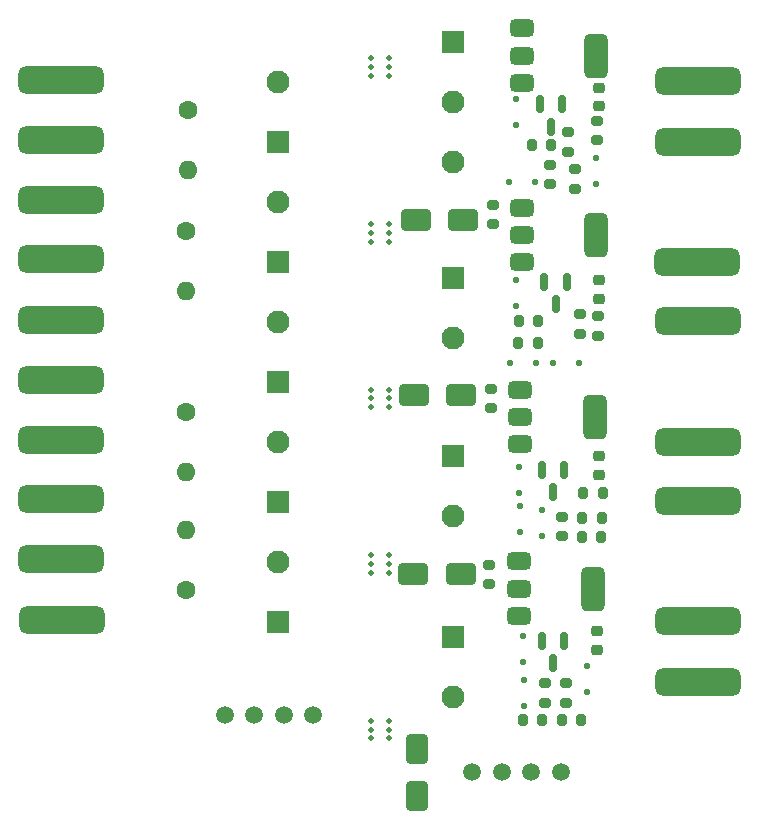
<source format=gbr>
%TF.GenerationSoftware,KiCad,Pcbnew,7.0.11*%
%TF.CreationDate,2024-11-29T15:02:49-05:00*%
%TF.ProjectId,14.1.5 - PMOS - PLC Connector Combined,31342e31-2e35-4202-9d20-504d4f53202d,rev?*%
%TF.SameCoordinates,Original*%
%TF.FileFunction,Soldermask,Top*%
%TF.FilePolarity,Negative*%
%FSLAX46Y46*%
G04 Gerber Fmt 4.6, Leading zero omitted, Abs format (unit mm)*
G04 Created by KiCad (PCBNEW 7.0.11) date 2024-11-29 15:02:49*
%MOMM*%
%LPD*%
G01*
G04 APERTURE LIST*
G04 Aperture macros list*
%AMRoundRect*
0 Rectangle with rounded corners*
0 $1 Rounding radius*
0 $2 $3 $4 $5 $6 $7 $8 $9 X,Y pos of 4 corners*
0 Add a 4 corners polygon primitive as box body*
4,1,4,$2,$3,$4,$5,$6,$7,$8,$9,$2,$3,0*
0 Add four circle primitives for the rounded corners*
1,1,$1+$1,$2,$3*
1,1,$1+$1,$4,$5*
1,1,$1+$1,$6,$7*
1,1,$1+$1,$8,$9*
0 Add four rect primitives between the rounded corners*
20,1,$1+$1,$2,$3,$4,$5,0*
20,1,$1+$1,$4,$5,$6,$7,0*
20,1,$1+$1,$6,$7,$8,$9,0*
20,1,$1+$1,$8,$9,$2,$3,0*%
G04 Aperture macros list end*
%ADD10RoundRect,0.375000X-0.625000X-0.375000X0.625000X-0.375000X0.625000X0.375000X-0.625000X0.375000X0*%
%ADD11RoundRect,0.500000X-0.500000X-1.400000X0.500000X-1.400000X0.500000X1.400000X-0.500000X1.400000X0*%
%ADD12RoundRect,0.200000X-0.275000X0.200000X-0.275000X-0.200000X0.275000X-0.200000X0.275000X0.200000X0*%
%ADD13RoundRect,0.125000X0.125000X-0.125000X0.125000X0.125000X-0.125000X0.125000X-0.125000X-0.125000X0*%
%ADD14R,1.950000X1.950000*%
%ADD15C,1.950000*%
%ADD16RoundRect,0.572500X-3.045750X-0.572500X3.045750X-0.572500X3.045750X0.572500X-3.045750X0.572500X0*%
%ADD17C,0.500000*%
%ADD18RoundRect,0.200000X0.275000X-0.200000X0.275000X0.200000X-0.275000X0.200000X-0.275000X-0.200000X0*%
%ADD19RoundRect,0.218750X0.256250X-0.218750X0.256250X0.218750X-0.256250X0.218750X-0.256250X-0.218750X0*%
%ADD20RoundRect,0.125000X-0.125000X0.125000X-0.125000X-0.125000X0.125000X-0.125000X0.125000X0.125000X0*%
%ADD21RoundRect,0.200000X0.200000X0.275000X-0.200000X0.275000X-0.200000X-0.275000X0.200000X-0.275000X0*%
%ADD22RoundRect,0.250000X-0.650000X1.000000X-0.650000X-1.000000X0.650000X-1.000000X0.650000X1.000000X0*%
%ADD23RoundRect,0.150000X-0.150000X0.587500X-0.150000X-0.587500X0.150000X-0.587500X0.150000X0.587500X0*%
%ADD24RoundRect,0.200000X-0.200000X-0.275000X0.200000X-0.275000X0.200000X0.275000X-0.200000X0.275000X0*%
%ADD25RoundRect,0.250000X-1.000000X-0.650000X1.000000X-0.650000X1.000000X0.650000X-1.000000X0.650000X0*%
%ADD26RoundRect,0.125000X-0.125000X-0.125000X0.125000X-0.125000X0.125000X0.125000X-0.125000X0.125000X0*%
%ADD27C,1.600000*%
%ADD28O,1.600000X1.600000*%
%ADD29C,1.498600*%
%ADD30RoundRect,0.125000X0.125000X0.125000X-0.125000X0.125000X-0.125000X-0.125000X0.125000X-0.125000X0*%
G04 APERTURE END LIST*
D10*
%TO.C,Q10*%
X113040000Y-112960000D03*
X113040000Y-115260000D03*
X113040000Y-117560000D03*
D11*
X119340000Y-115260000D03*
%TD*%
D10*
%TO.C,Q8*%
X113170000Y-98420000D03*
X113170000Y-100720000D03*
X113170000Y-103020000D03*
D11*
X119470000Y-100720000D03*
%TD*%
D10*
%TO.C,Q6*%
X113300000Y-83007500D03*
X113300000Y-85307500D03*
X113300000Y-87607500D03*
D11*
X119600000Y-85307500D03*
%TD*%
D10*
%TO.C,Q5*%
X113300000Y-67840000D03*
X113300000Y-70140000D03*
X113300000Y-72440000D03*
D11*
X119600000Y-70140000D03*
%TD*%
D12*
%TO.C,R3*%
X110880000Y-82750000D03*
X110880000Y-84400000D03*
%TD*%
%TO.C,R7*%
X110530000Y-113230000D03*
X110530000Y-114880000D03*
%TD*%
D13*
%TO.C,D13*%
X118840000Y-123980000D03*
X118840000Y-121780000D03*
%TD*%
D14*
%TO.C,J317*%
X107500000Y-89000000D03*
D15*
X107500000Y-94080000D03*
%TD*%
D16*
%TO.C,J302*%
X128210000Y-118050000D03*
%TD*%
D17*
%TO.C,mouse-bite-2mm-slot*%
X100550000Y-85890000D03*
X102050000Y-85890000D03*
X100550000Y-85140000D03*
X102050000Y-85140000D03*
X100550000Y-84390000D03*
X102050000Y-84390000D03*
%TD*%
D18*
%TO.C,R17*%
X119660000Y-77310000D03*
X119660000Y-75660000D03*
%TD*%
D17*
%TO.C,mouse-bite-2mm-slot*%
X100550000Y-127950000D03*
X102050000Y-127950000D03*
X100550000Y-127200000D03*
X102050000Y-127200000D03*
X100550000Y-126450000D03*
X102050000Y-126450000D03*
%TD*%
D19*
%TO.C,D3*%
X119690000Y-120455000D03*
X119690000Y-118880000D03*
%TD*%
D16*
%TO.C,J310*%
X128240000Y-72320000D03*
%TD*%
D20*
%TO.C,D7*%
X115040000Y-108642500D03*
X115040000Y-110842500D03*
%TD*%
D18*
%TO.C,R5*%
X116700000Y-110840000D03*
X116700000Y-109190000D03*
%TD*%
D20*
%TO.C,D14*%
X113190000Y-108302500D03*
X113190000Y-110502500D03*
%TD*%
D21*
%TO.C,R21*%
X114685000Y-92570000D03*
X113035000Y-92570000D03*
%TD*%
%TO.C,R14*%
X120030000Y-110880000D03*
X118380000Y-110880000D03*
%TD*%
D16*
%TO.C,J210*%
X74278250Y-72187224D03*
%TD*%
D20*
%TO.C,D11*%
X113110000Y-104942500D03*
X113110000Y-107142500D03*
%TD*%
D19*
%TO.C,D1*%
X119820000Y-74437500D03*
X119820000Y-72862500D03*
%TD*%
D16*
%TO.C,J209*%
X74278250Y-77245000D03*
%TD*%
D12*
%TO.C,R6*%
X110680000Y-98335000D03*
X110680000Y-99985000D03*
%TD*%
D22*
%TO.C,D303*%
X104400000Y-128862500D03*
X104400000Y-132862500D03*
%TD*%
D23*
%TO.C,Q1*%
X116880000Y-119700000D03*
X114980000Y-119700000D03*
X115930000Y-121575000D03*
%TD*%
D24*
%TO.C,R18*%
X118415000Y-109310000D03*
X120065000Y-109310000D03*
%TD*%
D16*
%TO.C,J314*%
X128230000Y-102820000D03*
%TD*%
%TO.C,J311*%
X128260000Y-92650000D03*
%TD*%
%TO.C,J206*%
X74308250Y-92488334D03*
%TD*%
D13*
%TO.C,D6*%
X112830000Y-91357500D03*
X112830000Y-89157500D03*
%TD*%
D16*
%TO.C,J306*%
X128180000Y-87590000D03*
%TD*%
%TO.C,J307*%
X128230000Y-123140000D03*
%TD*%
D25*
%TO.C,D302*%
X104120000Y-113990000D03*
X108120000Y-113990000D03*
%TD*%
D24*
%TO.C,R12*%
X118520000Y-107180000D03*
X120170000Y-107180000D03*
%TD*%
D26*
%TO.C,D15*%
X112350000Y-96140000D03*
X114550000Y-96140000D03*
%TD*%
D16*
%TO.C,J202*%
X74298250Y-112799446D03*
%TD*%
%TO.C,J309*%
X128230000Y-77420000D03*
%TD*%
D23*
%TO.C,Q2*%
X116900000Y-105240000D03*
X115000000Y-105240000D03*
X115950000Y-107115000D03*
%TD*%
D13*
%TO.C,D5*%
X112800000Y-76017500D03*
X112800000Y-73817500D03*
%TD*%
D18*
%TO.C,R10*%
X119780000Y-93860000D03*
X119780000Y-92210000D03*
%TD*%
D27*
%TO.C,R204*%
X85008250Y-74782224D03*
D28*
X85008250Y-79862224D03*
%TD*%
D14*
%TO.C,J222*%
X92640000Y-97740000D03*
D15*
X92640000Y-92660000D03*
%TD*%
D16*
%TO.C,J203*%
X74308250Y-107721668D03*
%TD*%
D13*
%TO.C,D12*%
X113460000Y-125200000D03*
X113460000Y-123000000D03*
%TD*%
D27*
%TO.C,R202*%
X84918250Y-100297224D03*
D28*
X84918250Y-105377224D03*
%TD*%
D24*
%TO.C,R20*%
X113020000Y-94460000D03*
X114670000Y-94460000D03*
%TD*%
%TO.C,R4*%
X114135000Y-77680000D03*
X115785000Y-77680000D03*
%TD*%
D16*
%TO.C,J315*%
X128210000Y-107880000D03*
%TD*%
%TO.C,J208*%
X74298250Y-82342778D03*
%TD*%
D14*
%TO.C,J224*%
X92640000Y-118060000D03*
D15*
X92640000Y-112980000D03*
%TD*%
D14*
%TO.C,J320*%
X107500000Y-104000000D03*
D15*
X107500000Y-109080000D03*
%TD*%
D25*
%TO.C,D301*%
X104160000Y-98860000D03*
X108160000Y-98860000D03*
%TD*%
D27*
%TO.C,R201*%
X84878250Y-115392224D03*
D28*
X84878250Y-110312224D03*
%TD*%
D23*
%TO.C,Q3*%
X117120000Y-89315000D03*
X115220000Y-89315000D03*
X116170000Y-91190000D03*
%TD*%
D29*
%TO.C,J226*%
X95660000Y-125970000D03*
X93160000Y-125970000D03*
X90660000Y-125970000D03*
X88160000Y-125970000D03*
%TD*%
D16*
%TO.C,J201*%
X74370000Y-117920000D03*
%TD*%
D21*
%TO.C,R8*%
X115040000Y-126430000D03*
X113390000Y-126430000D03*
%TD*%
D24*
%TO.C,R11*%
X116690000Y-126380000D03*
X118340000Y-126380000D03*
%TD*%
D30*
%TO.C,D10*%
X118160000Y-96160000D03*
X115960000Y-96160000D03*
%TD*%
D14*
%TO.C,J318*%
X107500000Y-69000000D03*
D15*
X107500000Y-74080000D03*
X107500000Y-79160000D03*
%TD*%
D18*
%TO.C,R9*%
X117850000Y-81405000D03*
X117850000Y-79755000D03*
%TD*%
D19*
%TO.C,D4*%
X119820000Y-105625000D03*
X119820000Y-104050000D03*
%TD*%
D26*
%TO.C,D16*%
X112230000Y-80860000D03*
X114430000Y-80860000D03*
%TD*%
D18*
%TO.C,R19*%
X115260000Y-124935000D03*
X115260000Y-123285000D03*
%TD*%
D12*
%TO.C,R15*%
X118220000Y-92030000D03*
X118220000Y-93680000D03*
%TD*%
D17*
%TO.C,mouse-bite-2mm-slot*%
X100550000Y-99910000D03*
X102050000Y-99910000D03*
X100550000Y-99160000D03*
X102050000Y-99160000D03*
X100550000Y-98410000D03*
X102050000Y-98410000D03*
%TD*%
D25*
%TO.C,D309*%
X104360000Y-84070000D03*
X108360000Y-84070000D03*
%TD*%
D17*
%TO.C,mouse-bite-2mm-slot*%
X100550000Y-113920000D03*
X102050000Y-113920000D03*
X100550000Y-113170000D03*
X102050000Y-113170000D03*
X100550000Y-112420000D03*
X102050000Y-112420000D03*
%TD*%
D27*
%TO.C,R203*%
X84918250Y-85002224D03*
D28*
X84918250Y-90082224D03*
%TD*%
D23*
%TO.C,Q4*%
X116710000Y-74272500D03*
X114810000Y-74272500D03*
X115760000Y-76147500D03*
%TD*%
D16*
%TO.C,J204*%
X74298250Y-102653890D03*
%TD*%
%TO.C,J207*%
X74308250Y-87400556D03*
%TD*%
%TO.C,J205*%
X74280000Y-97590000D03*
%TD*%
D14*
%TO.C,J221*%
X92640000Y-107900000D03*
D15*
X92640000Y-102820000D03*
%TD*%
D13*
%TO.C,D8*%
X113450000Y-121457500D03*
X113450000Y-119257500D03*
%TD*%
D14*
%TO.C,J223*%
X92640000Y-77420000D03*
D15*
X92640000Y-72340000D03*
%TD*%
D14*
%TO.C,J225*%
X92640000Y-87580000D03*
D15*
X92640000Y-82500000D03*
%TD*%
D19*
%TO.C,D2*%
X119820000Y-90710000D03*
X119820000Y-89135000D03*
%TD*%
D12*
%TO.C,R13*%
X117040000Y-123265000D03*
X117040000Y-124915000D03*
%TD*%
D17*
%TO.C,mouse-bite-2mm-slot*%
X100540000Y-71860000D03*
X102040000Y-71860000D03*
X100540000Y-71110000D03*
X102040000Y-71110000D03*
X100540000Y-70360000D03*
X102040000Y-70360000D03*
%TD*%
D18*
%TO.C,R1*%
X115700000Y-81025000D03*
X115700000Y-79375000D03*
%TD*%
D13*
%TO.C,D9*%
X119590000Y-81010000D03*
X119590000Y-78810000D03*
%TD*%
D14*
%TO.C,J319*%
X107500000Y-119400000D03*
D15*
X107500000Y-124480000D03*
%TD*%
D18*
%TO.C,R2*%
X117260000Y-78270000D03*
X117260000Y-76620000D03*
%TD*%
D29*
%TO.C,J321*%
X116620000Y-130760000D03*
X114120000Y-130760000D03*
X111620000Y-130760000D03*
X109120000Y-130760000D03*
%TD*%
M02*

</source>
